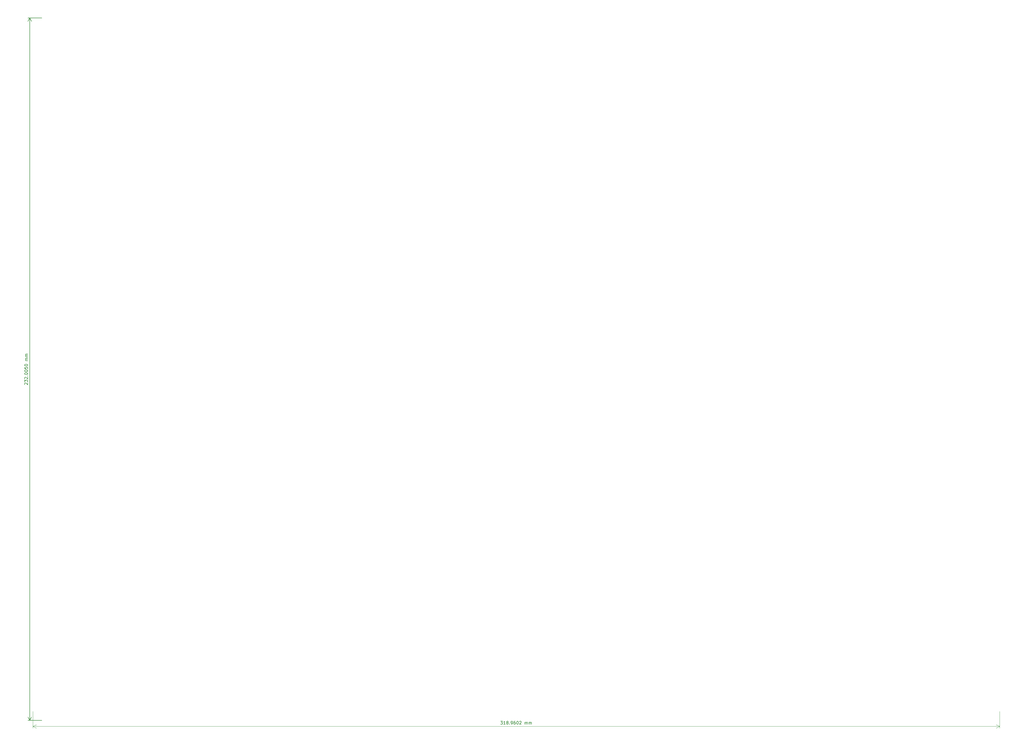
<source format=gbr>
%TF.GenerationSoftware,KiCad,Pcbnew,8.0.1*%
%TF.CreationDate,2024-04-17T10:04:04-05:00*%
%TF.ProjectId,Kristerj,4b726973-7465-4726-9a2e-6b696361645f,rev?*%
%TF.SameCoordinates,Original*%
%TF.FileFunction,OtherDrawing,Comment*%
%FSLAX46Y46*%
G04 Gerber Fmt 4.6, Leading zero omitted, Abs format (unit mm)*
G04 Created by KiCad (PCBNEW 8.0.1) date 2024-04-17 10:04:04*
%MOMM*%
%LPD*%
G01*
G04 APERTURE LIST*
%ADD10C,0.150000*%
%ADD11C,0.050000*%
G04 APERTURE END LIST*
D10*
X133900057Y-204797737D02*
X133852438Y-204750118D01*
X133852438Y-204750118D02*
X133804819Y-204654880D01*
X133804819Y-204654880D02*
X133804819Y-204416785D01*
X133804819Y-204416785D02*
X133852438Y-204321547D01*
X133852438Y-204321547D02*
X133900057Y-204273928D01*
X133900057Y-204273928D02*
X133995295Y-204226309D01*
X133995295Y-204226309D02*
X134090533Y-204226309D01*
X134090533Y-204226309D02*
X134233390Y-204273928D01*
X134233390Y-204273928D02*
X134804819Y-204845356D01*
X134804819Y-204845356D02*
X134804819Y-204226309D01*
X133804819Y-203892975D02*
X133804819Y-203273928D01*
X133804819Y-203273928D02*
X134185771Y-203607261D01*
X134185771Y-203607261D02*
X134185771Y-203464404D01*
X134185771Y-203464404D02*
X134233390Y-203369166D01*
X134233390Y-203369166D02*
X134281009Y-203321547D01*
X134281009Y-203321547D02*
X134376247Y-203273928D01*
X134376247Y-203273928D02*
X134614342Y-203273928D01*
X134614342Y-203273928D02*
X134709580Y-203321547D01*
X134709580Y-203321547D02*
X134757200Y-203369166D01*
X134757200Y-203369166D02*
X134804819Y-203464404D01*
X134804819Y-203464404D02*
X134804819Y-203750118D01*
X134804819Y-203750118D02*
X134757200Y-203845356D01*
X134757200Y-203845356D02*
X134709580Y-203892975D01*
X133900057Y-202892975D02*
X133852438Y-202845356D01*
X133852438Y-202845356D02*
X133804819Y-202750118D01*
X133804819Y-202750118D02*
X133804819Y-202512023D01*
X133804819Y-202512023D02*
X133852438Y-202416785D01*
X133852438Y-202416785D02*
X133900057Y-202369166D01*
X133900057Y-202369166D02*
X133995295Y-202321547D01*
X133995295Y-202321547D02*
X134090533Y-202321547D01*
X134090533Y-202321547D02*
X134233390Y-202369166D01*
X134233390Y-202369166D02*
X134804819Y-202940594D01*
X134804819Y-202940594D02*
X134804819Y-202321547D01*
X134709580Y-201892975D02*
X134757200Y-201845356D01*
X134757200Y-201845356D02*
X134804819Y-201892975D01*
X134804819Y-201892975D02*
X134757200Y-201940594D01*
X134757200Y-201940594D02*
X134709580Y-201892975D01*
X134709580Y-201892975D02*
X134804819Y-201892975D01*
X133804819Y-201226309D02*
X133804819Y-201131071D01*
X133804819Y-201131071D02*
X133852438Y-201035833D01*
X133852438Y-201035833D02*
X133900057Y-200988214D01*
X133900057Y-200988214D02*
X133995295Y-200940595D01*
X133995295Y-200940595D02*
X134185771Y-200892976D01*
X134185771Y-200892976D02*
X134423866Y-200892976D01*
X134423866Y-200892976D02*
X134614342Y-200940595D01*
X134614342Y-200940595D02*
X134709580Y-200988214D01*
X134709580Y-200988214D02*
X134757200Y-201035833D01*
X134757200Y-201035833D02*
X134804819Y-201131071D01*
X134804819Y-201131071D02*
X134804819Y-201226309D01*
X134804819Y-201226309D02*
X134757200Y-201321547D01*
X134757200Y-201321547D02*
X134709580Y-201369166D01*
X134709580Y-201369166D02*
X134614342Y-201416785D01*
X134614342Y-201416785D02*
X134423866Y-201464404D01*
X134423866Y-201464404D02*
X134185771Y-201464404D01*
X134185771Y-201464404D02*
X133995295Y-201416785D01*
X133995295Y-201416785D02*
X133900057Y-201369166D01*
X133900057Y-201369166D02*
X133852438Y-201321547D01*
X133852438Y-201321547D02*
X133804819Y-201226309D01*
X133804819Y-200273928D02*
X133804819Y-200178690D01*
X133804819Y-200178690D02*
X133852438Y-200083452D01*
X133852438Y-200083452D02*
X133900057Y-200035833D01*
X133900057Y-200035833D02*
X133995295Y-199988214D01*
X133995295Y-199988214D02*
X134185771Y-199940595D01*
X134185771Y-199940595D02*
X134423866Y-199940595D01*
X134423866Y-199940595D02*
X134614342Y-199988214D01*
X134614342Y-199988214D02*
X134709580Y-200035833D01*
X134709580Y-200035833D02*
X134757200Y-200083452D01*
X134757200Y-200083452D02*
X134804819Y-200178690D01*
X134804819Y-200178690D02*
X134804819Y-200273928D01*
X134804819Y-200273928D02*
X134757200Y-200369166D01*
X134757200Y-200369166D02*
X134709580Y-200416785D01*
X134709580Y-200416785D02*
X134614342Y-200464404D01*
X134614342Y-200464404D02*
X134423866Y-200512023D01*
X134423866Y-200512023D02*
X134185771Y-200512023D01*
X134185771Y-200512023D02*
X133995295Y-200464404D01*
X133995295Y-200464404D02*
X133900057Y-200416785D01*
X133900057Y-200416785D02*
X133852438Y-200369166D01*
X133852438Y-200369166D02*
X133804819Y-200273928D01*
X133804819Y-199035833D02*
X133804819Y-199512023D01*
X133804819Y-199512023D02*
X134281009Y-199559642D01*
X134281009Y-199559642D02*
X134233390Y-199512023D01*
X134233390Y-199512023D02*
X134185771Y-199416785D01*
X134185771Y-199416785D02*
X134185771Y-199178690D01*
X134185771Y-199178690D02*
X134233390Y-199083452D01*
X134233390Y-199083452D02*
X134281009Y-199035833D01*
X134281009Y-199035833D02*
X134376247Y-198988214D01*
X134376247Y-198988214D02*
X134614342Y-198988214D01*
X134614342Y-198988214D02*
X134709580Y-199035833D01*
X134709580Y-199035833D02*
X134757200Y-199083452D01*
X134757200Y-199083452D02*
X134804819Y-199178690D01*
X134804819Y-199178690D02*
X134804819Y-199416785D01*
X134804819Y-199416785D02*
X134757200Y-199512023D01*
X134757200Y-199512023D02*
X134709580Y-199559642D01*
X133804819Y-198369166D02*
X133804819Y-198273928D01*
X133804819Y-198273928D02*
X133852438Y-198178690D01*
X133852438Y-198178690D02*
X133900057Y-198131071D01*
X133900057Y-198131071D02*
X133995295Y-198083452D01*
X133995295Y-198083452D02*
X134185771Y-198035833D01*
X134185771Y-198035833D02*
X134423866Y-198035833D01*
X134423866Y-198035833D02*
X134614342Y-198083452D01*
X134614342Y-198083452D02*
X134709580Y-198131071D01*
X134709580Y-198131071D02*
X134757200Y-198178690D01*
X134757200Y-198178690D02*
X134804819Y-198273928D01*
X134804819Y-198273928D02*
X134804819Y-198369166D01*
X134804819Y-198369166D02*
X134757200Y-198464404D01*
X134757200Y-198464404D02*
X134709580Y-198512023D01*
X134709580Y-198512023D02*
X134614342Y-198559642D01*
X134614342Y-198559642D02*
X134423866Y-198607261D01*
X134423866Y-198607261D02*
X134185771Y-198607261D01*
X134185771Y-198607261D02*
X133995295Y-198559642D01*
X133995295Y-198559642D02*
X133900057Y-198512023D01*
X133900057Y-198512023D02*
X133852438Y-198464404D01*
X133852438Y-198464404D02*
X133804819Y-198369166D01*
X134804819Y-196845356D02*
X134138152Y-196845356D01*
X134233390Y-196845356D02*
X134185771Y-196797737D01*
X134185771Y-196797737D02*
X134138152Y-196702499D01*
X134138152Y-196702499D02*
X134138152Y-196559642D01*
X134138152Y-196559642D02*
X134185771Y-196464404D01*
X134185771Y-196464404D02*
X134281009Y-196416785D01*
X134281009Y-196416785D02*
X134804819Y-196416785D01*
X134281009Y-196416785D02*
X134185771Y-196369166D01*
X134185771Y-196369166D02*
X134138152Y-196273928D01*
X134138152Y-196273928D02*
X134138152Y-196131071D01*
X134138152Y-196131071D02*
X134185771Y-196035832D01*
X134185771Y-196035832D02*
X134281009Y-195988213D01*
X134281009Y-195988213D02*
X134804819Y-195988213D01*
X134804819Y-195512023D02*
X134138152Y-195512023D01*
X134233390Y-195512023D02*
X134185771Y-195464404D01*
X134185771Y-195464404D02*
X134138152Y-195369166D01*
X134138152Y-195369166D02*
X134138152Y-195226309D01*
X134138152Y-195226309D02*
X134185771Y-195131071D01*
X134185771Y-195131071D02*
X134281009Y-195083452D01*
X134281009Y-195083452D02*
X134804819Y-195083452D01*
X134281009Y-195083452D02*
X134185771Y-195035833D01*
X134185771Y-195035833D02*
X134138152Y-194940595D01*
X134138152Y-194940595D02*
X134138152Y-194797738D01*
X134138152Y-194797738D02*
X134185771Y-194702499D01*
X134185771Y-194702499D02*
X134281009Y-194654880D01*
X134281009Y-194654880D02*
X134804819Y-194654880D01*
X139500000Y-83700000D02*
X134913580Y-83700000D01*
X139500000Y-315705000D02*
X134913580Y-315705000D01*
X135500000Y-83700000D02*
X135500000Y-315705000D01*
X135500000Y-83700000D02*
X135500000Y-315705000D01*
X135500000Y-83700000D02*
X136086421Y-84826504D01*
X135500000Y-83700000D02*
X134913579Y-84826504D01*
X135500000Y-315705000D02*
X134913579Y-314578496D01*
X135500000Y-315705000D02*
X136086421Y-314578496D01*
X290837243Y-315967889D02*
X291456290Y-315967889D01*
X291456290Y-315967889D02*
X291122957Y-316348841D01*
X291122957Y-316348841D02*
X291265814Y-316348841D01*
X291265814Y-316348841D02*
X291361052Y-316396460D01*
X291361052Y-316396460D02*
X291408671Y-316444079D01*
X291408671Y-316444079D02*
X291456290Y-316539317D01*
X291456290Y-316539317D02*
X291456290Y-316777412D01*
X291456290Y-316777412D02*
X291408671Y-316872650D01*
X291408671Y-316872650D02*
X291361052Y-316920270D01*
X291361052Y-316920270D02*
X291265814Y-316967889D01*
X291265814Y-316967889D02*
X290980100Y-316967889D01*
X290980100Y-316967889D02*
X290884862Y-316920270D01*
X290884862Y-316920270D02*
X290837243Y-316872650D01*
X292408671Y-316967889D02*
X291837243Y-316967889D01*
X292122957Y-316967889D02*
X292122957Y-315967889D01*
X292122957Y-315967889D02*
X292027719Y-316110746D01*
X292027719Y-316110746D02*
X291932481Y-316205984D01*
X291932481Y-316205984D02*
X291837243Y-316253603D01*
X292980100Y-316396460D02*
X292884862Y-316348841D01*
X292884862Y-316348841D02*
X292837243Y-316301222D01*
X292837243Y-316301222D02*
X292789624Y-316205984D01*
X292789624Y-316205984D02*
X292789624Y-316158365D01*
X292789624Y-316158365D02*
X292837243Y-316063127D01*
X292837243Y-316063127D02*
X292884862Y-316015508D01*
X292884862Y-316015508D02*
X292980100Y-315967889D01*
X292980100Y-315967889D02*
X293170576Y-315967889D01*
X293170576Y-315967889D02*
X293265814Y-316015508D01*
X293265814Y-316015508D02*
X293313433Y-316063127D01*
X293313433Y-316063127D02*
X293361052Y-316158365D01*
X293361052Y-316158365D02*
X293361052Y-316205984D01*
X293361052Y-316205984D02*
X293313433Y-316301222D01*
X293313433Y-316301222D02*
X293265814Y-316348841D01*
X293265814Y-316348841D02*
X293170576Y-316396460D01*
X293170576Y-316396460D02*
X292980100Y-316396460D01*
X292980100Y-316396460D02*
X292884862Y-316444079D01*
X292884862Y-316444079D02*
X292837243Y-316491698D01*
X292837243Y-316491698D02*
X292789624Y-316586936D01*
X292789624Y-316586936D02*
X292789624Y-316777412D01*
X292789624Y-316777412D02*
X292837243Y-316872650D01*
X292837243Y-316872650D02*
X292884862Y-316920270D01*
X292884862Y-316920270D02*
X292980100Y-316967889D01*
X292980100Y-316967889D02*
X293170576Y-316967889D01*
X293170576Y-316967889D02*
X293265814Y-316920270D01*
X293265814Y-316920270D02*
X293313433Y-316872650D01*
X293313433Y-316872650D02*
X293361052Y-316777412D01*
X293361052Y-316777412D02*
X293361052Y-316586936D01*
X293361052Y-316586936D02*
X293313433Y-316491698D01*
X293313433Y-316491698D02*
X293265814Y-316444079D01*
X293265814Y-316444079D02*
X293170576Y-316396460D01*
X293789624Y-316872650D02*
X293837243Y-316920270D01*
X293837243Y-316920270D02*
X293789624Y-316967889D01*
X293789624Y-316967889D02*
X293742005Y-316920270D01*
X293742005Y-316920270D02*
X293789624Y-316872650D01*
X293789624Y-316872650D02*
X293789624Y-316967889D01*
X294313433Y-316967889D02*
X294503909Y-316967889D01*
X294503909Y-316967889D02*
X294599147Y-316920270D01*
X294599147Y-316920270D02*
X294646766Y-316872650D01*
X294646766Y-316872650D02*
X294742004Y-316729793D01*
X294742004Y-316729793D02*
X294789623Y-316539317D01*
X294789623Y-316539317D02*
X294789623Y-316158365D01*
X294789623Y-316158365D02*
X294742004Y-316063127D01*
X294742004Y-316063127D02*
X294694385Y-316015508D01*
X294694385Y-316015508D02*
X294599147Y-315967889D01*
X294599147Y-315967889D02*
X294408671Y-315967889D01*
X294408671Y-315967889D02*
X294313433Y-316015508D01*
X294313433Y-316015508D02*
X294265814Y-316063127D01*
X294265814Y-316063127D02*
X294218195Y-316158365D01*
X294218195Y-316158365D02*
X294218195Y-316396460D01*
X294218195Y-316396460D02*
X294265814Y-316491698D01*
X294265814Y-316491698D02*
X294313433Y-316539317D01*
X294313433Y-316539317D02*
X294408671Y-316586936D01*
X294408671Y-316586936D02*
X294599147Y-316586936D01*
X294599147Y-316586936D02*
X294694385Y-316539317D01*
X294694385Y-316539317D02*
X294742004Y-316491698D01*
X294742004Y-316491698D02*
X294789623Y-316396460D01*
X295646766Y-315967889D02*
X295456290Y-315967889D01*
X295456290Y-315967889D02*
X295361052Y-316015508D01*
X295361052Y-316015508D02*
X295313433Y-316063127D01*
X295313433Y-316063127D02*
X295218195Y-316205984D01*
X295218195Y-316205984D02*
X295170576Y-316396460D01*
X295170576Y-316396460D02*
X295170576Y-316777412D01*
X295170576Y-316777412D02*
X295218195Y-316872650D01*
X295218195Y-316872650D02*
X295265814Y-316920270D01*
X295265814Y-316920270D02*
X295361052Y-316967889D01*
X295361052Y-316967889D02*
X295551528Y-316967889D01*
X295551528Y-316967889D02*
X295646766Y-316920270D01*
X295646766Y-316920270D02*
X295694385Y-316872650D01*
X295694385Y-316872650D02*
X295742004Y-316777412D01*
X295742004Y-316777412D02*
X295742004Y-316539317D01*
X295742004Y-316539317D02*
X295694385Y-316444079D01*
X295694385Y-316444079D02*
X295646766Y-316396460D01*
X295646766Y-316396460D02*
X295551528Y-316348841D01*
X295551528Y-316348841D02*
X295361052Y-316348841D01*
X295361052Y-316348841D02*
X295265814Y-316396460D01*
X295265814Y-316396460D02*
X295218195Y-316444079D01*
X295218195Y-316444079D02*
X295170576Y-316539317D01*
X296361052Y-315967889D02*
X296456290Y-315967889D01*
X296456290Y-315967889D02*
X296551528Y-316015508D01*
X296551528Y-316015508D02*
X296599147Y-316063127D01*
X296599147Y-316063127D02*
X296646766Y-316158365D01*
X296646766Y-316158365D02*
X296694385Y-316348841D01*
X296694385Y-316348841D02*
X296694385Y-316586936D01*
X296694385Y-316586936D02*
X296646766Y-316777412D01*
X296646766Y-316777412D02*
X296599147Y-316872650D01*
X296599147Y-316872650D02*
X296551528Y-316920270D01*
X296551528Y-316920270D02*
X296456290Y-316967889D01*
X296456290Y-316967889D02*
X296361052Y-316967889D01*
X296361052Y-316967889D02*
X296265814Y-316920270D01*
X296265814Y-316920270D02*
X296218195Y-316872650D01*
X296218195Y-316872650D02*
X296170576Y-316777412D01*
X296170576Y-316777412D02*
X296122957Y-316586936D01*
X296122957Y-316586936D02*
X296122957Y-316348841D01*
X296122957Y-316348841D02*
X296170576Y-316158365D01*
X296170576Y-316158365D02*
X296218195Y-316063127D01*
X296218195Y-316063127D02*
X296265814Y-316015508D01*
X296265814Y-316015508D02*
X296361052Y-315967889D01*
X297075338Y-316063127D02*
X297122957Y-316015508D01*
X297122957Y-316015508D02*
X297218195Y-315967889D01*
X297218195Y-315967889D02*
X297456290Y-315967889D01*
X297456290Y-315967889D02*
X297551528Y-316015508D01*
X297551528Y-316015508D02*
X297599147Y-316063127D01*
X297599147Y-316063127D02*
X297646766Y-316158365D01*
X297646766Y-316158365D02*
X297646766Y-316253603D01*
X297646766Y-316253603D02*
X297599147Y-316396460D01*
X297599147Y-316396460D02*
X297027719Y-316967889D01*
X297027719Y-316967889D02*
X297646766Y-316967889D01*
X298837243Y-316967889D02*
X298837243Y-316301222D01*
X298837243Y-316396460D02*
X298884862Y-316348841D01*
X298884862Y-316348841D02*
X298980100Y-316301222D01*
X298980100Y-316301222D02*
X299122957Y-316301222D01*
X299122957Y-316301222D02*
X299218195Y-316348841D01*
X299218195Y-316348841D02*
X299265814Y-316444079D01*
X299265814Y-316444079D02*
X299265814Y-316967889D01*
X299265814Y-316444079D02*
X299313433Y-316348841D01*
X299313433Y-316348841D02*
X299408671Y-316301222D01*
X299408671Y-316301222D02*
X299551528Y-316301222D01*
X299551528Y-316301222D02*
X299646767Y-316348841D01*
X299646767Y-316348841D02*
X299694386Y-316444079D01*
X299694386Y-316444079D02*
X299694386Y-316967889D01*
X300170576Y-316967889D02*
X300170576Y-316301222D01*
X300170576Y-316396460D02*
X300218195Y-316348841D01*
X300218195Y-316348841D02*
X300313433Y-316301222D01*
X300313433Y-316301222D02*
X300456290Y-316301222D01*
X300456290Y-316301222D02*
X300551528Y-316348841D01*
X300551528Y-316348841D02*
X300599147Y-316444079D01*
X300599147Y-316444079D02*
X300599147Y-316967889D01*
X300599147Y-316444079D02*
X300646766Y-316348841D01*
X300646766Y-316348841D02*
X300742004Y-316301222D01*
X300742004Y-316301222D02*
X300884861Y-316301222D01*
X300884861Y-316301222D02*
X300980100Y-316348841D01*
X300980100Y-316348841D02*
X301027719Y-316444079D01*
X301027719Y-316444079D02*
X301027719Y-316967889D01*
D11*
X136500000Y-312705000D02*
X136500000Y-318249490D01*
X455460200Y-312705000D02*
X455460200Y-318249490D01*
X136500000Y-317663070D02*
X455460200Y-317663070D01*
X136500000Y-317663070D02*
X455460200Y-317663070D01*
X136500000Y-317663070D02*
X137626504Y-317076649D01*
X136500000Y-317663070D02*
X137626504Y-318249491D01*
X455460200Y-317663070D02*
X454333696Y-318249491D01*
X455460200Y-317663070D02*
X454333696Y-317076649D01*
M02*

</source>
